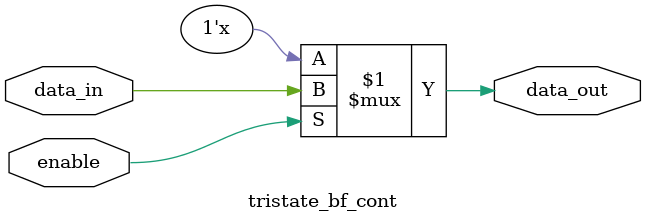
<source format=v>
`timescale 1ns / 1ps
module tristate_bf_cont (
    input enable,
    input data_in,
    output  data_out
);

assign data_out = enable ? data_in : 1'bz;

endmodule

</source>
